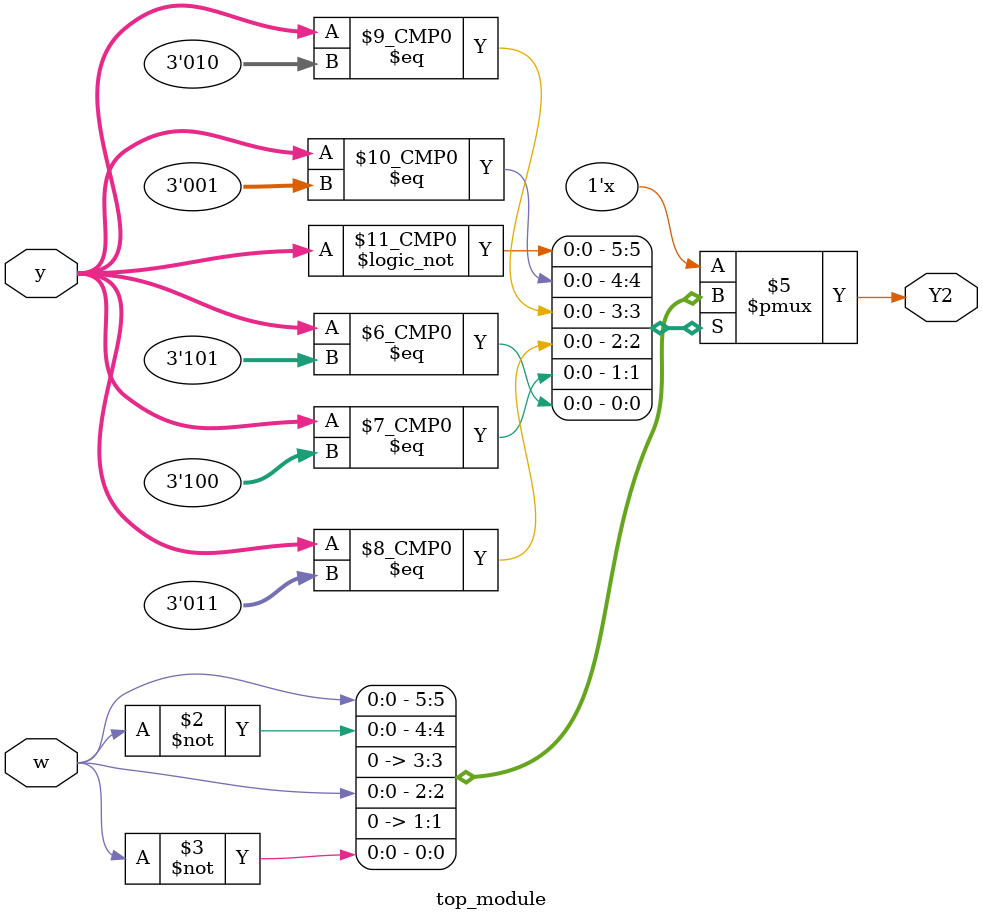
<source format=sv>
module top_module(
    input [3:1] y,
    input w,
    output reg Y2
);

always @(*) begin
    case (y)
        3'b000: Y2 = w; // State A
        3'b001: Y2 = ~w; // State B
        3'b010: Y2 = 1'b0; // State C
        3'b011: Y2 = w; // State D
        3'b100: Y2 = 1'b0; // State E
        3'b101: Y2 = ~w; // State F
        default: Y2 = 1'bx; // Invalid state
    endcase
end

endmodule

</source>
